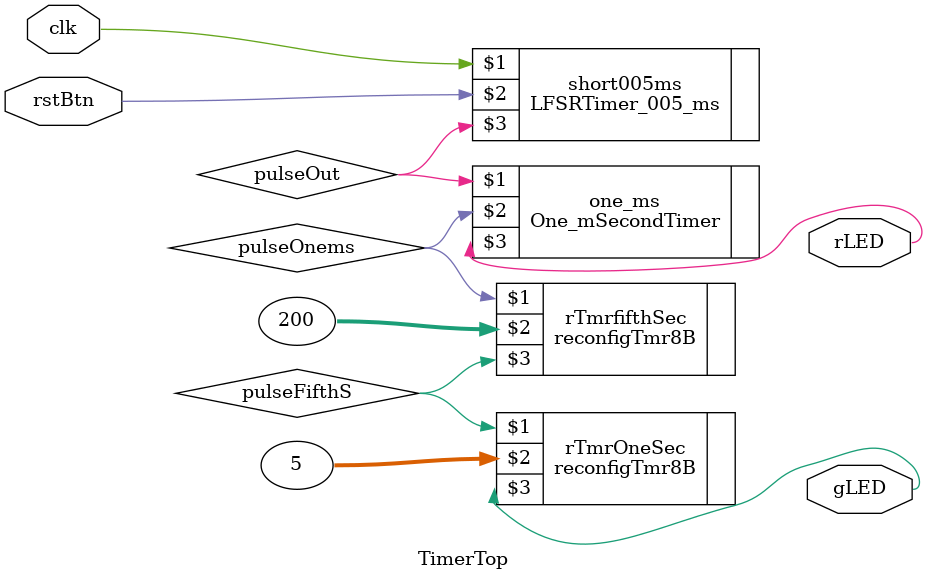
<source format=v>
module TimerTop(clk, rstBtn, rLED, gLED);
  input clk, rstBtn;

  output gLED, rLED;

  wire pulseOut;
  wire pulseOnems;
  wire pulseFifthS;

  LFSRTimer_005_ms short005ms(clk, rstBtn, pulseOut);

  One_mSecondTimer one_ms(pulseOut, pulseOnems, rLED);

  reconfigTmr8B rTmrfifthSec(pulseOnems, 200, pulseFifthS);
  
  reconfigTmr8B rTmrOneSec(pulseFifthS, 5, gLED);
endmodule

</source>
